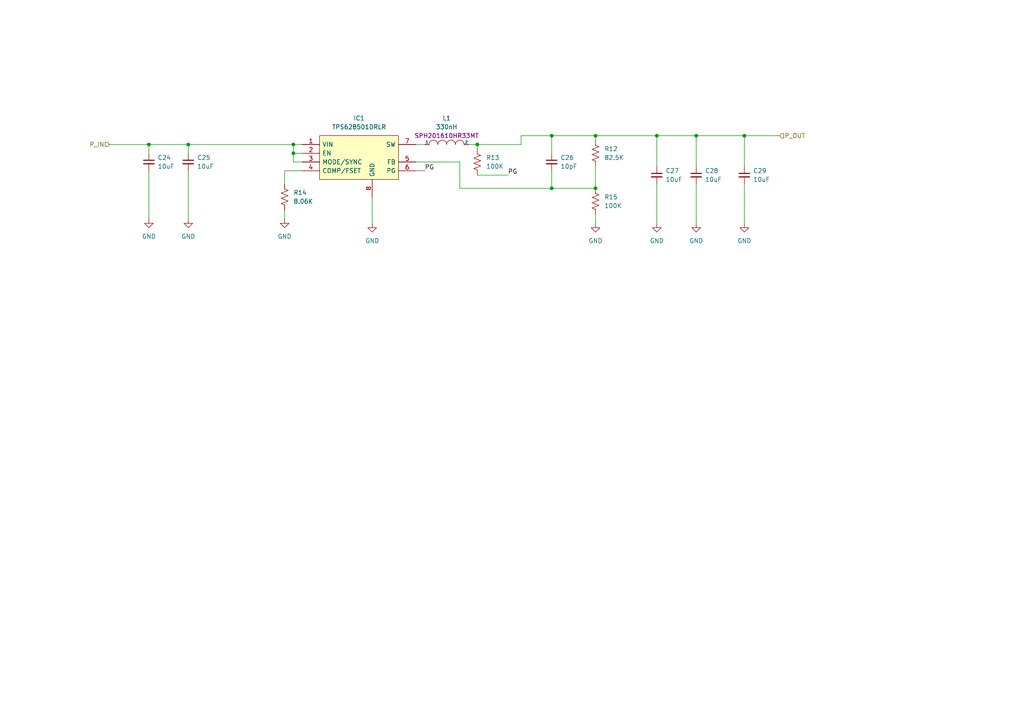
<source format=kicad_sch>
(kicad_sch (version 20211123) (generator eeschema)
  (paper "A4")
  (title_block (title "USB EXTENDER") (date "2022-04-17") (rev "1.0") (comment 2 "Reviewed by:") (comment 3 "Designed by: Robert M M") (comment 4 "USB EXTENDER"))
  (lib_symbols
    (symbol "Device:C_Small" (pin_numbers hide) (pin_names (offset 0.254) hide)
      (property "Reference" "C" (at 0.254 1.778 0))
      (property "Value" "C_Small" (at 0.254 -2.032 0))
      (symbol "C_Small_0_1"
        (polyline (pts (xy -1.524 -0.508) (xy 1.524 -0.508)) (stroke (width 0.3302)))
        (polyline (pts (xy -1.524 0.508) (xy 1.524 0.508)) (stroke (width 0.3048)))
      )
      (symbol "C_Small_1_1"
        (pin passive line (at 0 2.54 270) (length 2.032) (name "~") (number "1"))
        (pin passive line (at 0 -2.54 90) (length 2.032) (name "~") (number "2"))
      )
    )
    (symbol "Device:R_US" (pin_numbers hide) (pin_names (offset 0))
      (property "Reference" "R" (at 2.54 0 90))
      (property "Value" "R_US" (at -2.54 0 90))
      (symbol "R_US_0_1"
        (polyline (pts (xy 0 -2.286) (xy 0 -2.54)))
        (polyline (pts (xy 0 2.286) (xy 0 2.54)))
        (polyline (pts (xy 0 -0.762) (xy 1.016 -1.143) (xy 0 -1.524) (xy -1.016 -1.905) (xy 0 -2.286)))
        (polyline (pts (xy 0 0.762) (xy 1.016 0.381) (xy 0 0) (xy -1.016 -0.381) (xy 0 -0.762)))
        (polyline (pts (xy 0 2.286) (xy 1.016 1.905) (xy 0 1.524) (xy -1.016 1.143) (xy 0 0.762)))
      )
      (symbol "R_US_1_1"
        (pin passive line (at 0 3.81 270) (length 1.27) (name "~") (number "1"))
        (pin passive line (at 0 -3.81 90) (length 1.27) (name "~") (number "2"))
      )
    )
    (symbol "GCL_Integrated-Circuits:TPS628501DRLR" (pin_names (offset 0.762))
      (property "Reference" "IC" (at 29.21 7.62 0))
      (property "Value" "TPS628501DRLR" (at 29.21 5.08 0))
      (symbol "TPS628501DRLR_0_0"
        (pin passive line (at 0 0 0) (length 5.08) (name "VIN") (number "1"))
        (pin passive line (at 0 -2.54 0) (length 5.08) (name "EN") (number "2"))
        (pin passive line (at 0 -5.08 0) (length 5.08) (name "MODE/SYNC") (number "3"))
        (pin passive line (at 0 -7.62 0) (length 5.08) (name "COMP/FSET") (number "4"))
        (pin passive line (at 33.02 -5.08 180) (length 5.08) (name "FB") (number "5"))
        (pin passive line (at 33.02 -7.62 180) (length 5.08) (name "PG") (number "6"))
        (pin passive line (at 33.02 0 180) (length 5.08) (name "SW") (number "7"))
        (pin passive line (at 20.32 -15.24 90) (length 5.08) (name "GND") (number "8"))
      )
      (symbol "TPS628501DRLR_0_1"
        (polyline (pts (xy 5.08 2.54) (xy 27.94 2.54) (xy 27.94 -10.16) (xy 5.08 -10.16) (xy 5.08 2.54)) (stroke (width 0.1524)) (fill (type background)))
      )
    )
    (symbol "power:GND" (power) (pin_names (offset 0))
      (property "Value" "GND" (at 0 -3.81 0))
      (symbol "GND_0_1"
        (polyline (pts (xy 0 0) (xy 0 -1.27) (xy 1.27 -1.27) (xy 0 -2.54) (xy -1.27 -1.27) (xy 0 -1.27)))
      )
      (symbol "GND_1_1"
        (pin power_in line (at 0 0 270) (length 0) hide (name "GND") (number "1"))
      )
    )
    (symbol "pspice:INDUCTOR" (pin_numbers hide) (pin_names (offset 0))
      (property "Reference" "L" (at 0 2.54 0))
      (property "Value" "INDUCTOR" (at 0 -1.27 0))
      (symbol "INDUCTOR_0_1"
        (arc (start -2.54 0) (mid -3.81 1.27) (end -5.08 0))
        (arc (start 0 0) (mid -1.27 1.27) (end -2.54 0))
        (arc (start 2.54 0) (mid 1.27 1.27) (end 0 0))
        (arc (start 5.08 0) (mid 3.81 1.27) (end 2.54 0))
      )
      (symbol "INDUCTOR_1_1"
        (pin input line (at -6.35 0 0) (length 1.27) (name "1") (number "1"))
        (pin input line (at 6.35 0 180) (length 1.27) (name "2") (number "2"))
      )
    )
  )
  (junction (at 215.9 39.37))
  (junction (at 85.09 41.91))
  (junction (at 138.43 41.91))
  (junction (at 85.09 44.45))
  (junction (at 43.18 41.91))
  (junction (at 172.72 54.61))
  (junction (at 54.61 41.91))
  (junction (at 160.02 39.37))
  (junction (at 190.5 39.37))
  (junction (at 172.72 39.37))
  (junction (at 160.02 54.61))
  (junction (at 201.93 39.37))
  (wire (pts (xy 172.72 39.37) (xy 190.5 39.37)))
  (wire (pts (xy 43.18 41.91) (xy 54.61 41.91)))
  (wire (pts (xy 172.72 64.77) (xy 172.72 62.23)))
  (wire (pts (xy 147.32 50.8) (xy 138.43 50.8)))
  (wire (pts (xy 151.13 39.37) (xy 160.02 39.37)))
  (wire (pts (xy 87.63 44.45) (xy 85.09 44.45)))
  (wire (pts (xy 133.35 54.61) (xy 160.02 54.61)))
  (wire (pts (xy 54.61 49.53) (xy 54.61 63.5)))
  (wire (pts (xy 138.43 41.91) (xy 151.13 41.91)))
  (wire (pts (xy 190.5 53.34) (xy 190.5 64.77)))
  (wire (pts (xy 201.93 39.37) (xy 215.9 39.37)))
  (wire (pts (xy 43.18 41.91) (xy 43.18 44.45)))
  (wire (pts (xy 190.5 39.37) (xy 190.5 48.26)))
  (wire (pts (xy 120.65 41.91) (xy 123.19 41.91)))
  (wire (pts (xy 54.61 41.91) (xy 85.09 41.91)))
  (wire (pts (xy 82.55 49.53) (xy 87.63 49.53)))
  (wire (pts (xy 172.72 48.26) (xy 172.72 54.61)))
  (wire (pts (xy 82.55 63.5) (xy 82.55 60.96)))
  (wire (pts (xy 215.9 53.34) (xy 215.9 64.77)))
  (wire (pts (xy 160.02 49.53) (xy 160.02 54.61)))
  (wire (pts (xy 120.65 49.53) (xy 123.19 49.53)))
  (wire (pts (xy 201.93 53.34) (xy 201.93 64.77)))
  (wire (pts (xy 43.18 49.53) (xy 43.18 63.5)))
  (wire (pts (xy 138.43 43.18) (xy 138.43 41.91)))
  (wire (pts (xy 172.72 40.64) (xy 172.72 39.37)))
  (wire (pts (xy 151.13 41.91) (xy 151.13 39.37)))
  (wire (pts (xy 190.5 39.37) (xy 201.93 39.37)))
  (wire (pts (xy 135.89 41.91) (xy 138.43 41.91)))
  (wire (pts (xy 133.35 54.61) (xy 133.35 46.99)))
  (wire (pts (xy 87.63 46.99) (xy 85.09 46.99)))
  (wire (pts (xy 160.02 54.61) (xy 172.72 54.61)))
  (wire (pts (xy 82.55 53.34) (xy 82.55 49.53)))
  (wire (pts (xy 120.65 46.99) (xy 133.35 46.99)))
  (wire (pts (xy 201.93 39.37) (xy 201.93 48.26)))
  (wire (pts (xy 215.9 39.37) (xy 215.9 48.26)))
  (wire (pts (xy 54.61 41.91) (xy 54.61 44.45)))
  (wire (pts (xy 215.9 39.37) (xy 226.06 39.37)))
  (wire (pts (xy 31.75 41.91) (xy 43.18 41.91)))
  (wire (pts (xy 107.95 57.15) (xy 107.95 64.77)))
  (wire (pts (xy 85.09 44.45) (xy 85.09 41.91)))
  (wire (pts (xy 172.72 39.37) (xy 160.02 39.37)))
  (wire (pts (xy 160.02 39.37) (xy 160.02 44.45)))
  (wire (pts (xy 85.09 46.99) (xy 85.09 44.45)))
  (wire (pts (xy 85.09 41.91) (xy 87.63 41.91)))
  (label "PG" (at 123.19 49.53 0))
  (label "PG" (at 147.32 50.8 0))
  (hierarchical_label "P_OUT" (shape input) (at 226.06 39.37 0))
  (hierarchical_label "P_IN" (shape input) (at 31.75 41.91 180))
  (symbol (lib_id "GCL_Integrated-Circuits:TPS628501DRLR") (at 87.63 41.91 0) (unit 1)
    (property "Reference" "IC1" (at 104.14 34.29 0))
    (property "Value" "TPS628501DRLR" (at 104.14 36.83 0))
    (property "Footprint" "greencharge-footprints:SOTFL50P160X60-8N" (effects hide))
    (property "Datasheet" "https://www.ti.com/lit/gpn/tps628501" (effects hide))
    (property "Description" "Switching Voltage Regulators 2.7-V to 6-V, 1-A, adjustable-frequency, step-down converter in SOT583 package" (effects hide))
    (property "Height" "0.6" (effects hide))
    (property "Mouser Part Number" "595-TPS628501DRLR" (effects hide))
    (property "Mouser Price/Stock" "https://www.mouser.co.uk/ProductDetail/Texas-Instruments/TPS628501DRLR?qs=Wj%2FVkw3K%252BMChJ0cMQ%252BVCXg%3D%3D" (effects hide))
    (property "Manufacturer_Name" "Texas Instruments" (effects hide))
    (property "Manufacturer_Part_Number" "TPS628501DRLR" (effects hide))
  )
  (symbol (lib_id "Device:C_Small") (at 160.02 46.99 0) (unit 1)
    (property "Reference" "C26" (at 162.56 45.7262 0) (effects (justify left)))
    (property "Value" "10pF" (at 162.56 48.2662 0) (effects (justify left)))
    (property "Footprint" "Capacitor_SMD:C_0402_1005Metric" (effects hide))
  )
  (symbol (lib_id "power:GND") (at 190.5 64.77 0) (unit 1)
    (property "Reference" "#PWR045" (effects hide))
    (property "Value" "GND" (at 190.5 69.85 0))
  )
  (symbol (lib_id "Device:C_Small") (at 190.5 50.8 0) (unit 1)
    (property "Reference" "C27" (at 193.04 49.5362 0) (effects (justify left)))
    (property "Value" "10uF" (at 193.04 52.0762 0) (effects (justify left)))
    (property "Footprint" "Capacitor_SMD:C_0402_1005Metric" (effects hide))
  )
  (symbol (lib_id "Device:C_Small") (at 54.61 46.99 0) (unit 1)
    (property "Reference" "C25" (at 57.15 45.7262 0) (effects (justify left)))
    (property "Value" "10uF" (at 57.15 48.2662 0) (effects (justify left)))
    (property "Footprint" "Capacitor_SMD:C_0402_1005Metric" (effects hide))
  )
  (symbol (lib_id "Device:C_Small") (at 215.9 50.8 0) (unit 1)
    (property "Reference" "C29" (at 218.44 49.5362 0) (effects (justify left)))
    (property "Value" "10uF" (at 218.44 52.0762 0) (effects (justify left)))
    (property "Footprint" "Capacitor_SMD:C_0402_1005Metric" (effects hide))
  )
  (symbol (lib_id "power:GND") (at 54.61 63.5 0) (unit 1)
    (property "Reference" "#PWR041" (effects hide))
    (property "Value" "GND" (at 54.61 68.58 0))
  )
  (symbol (lib_id "pspice:INDUCTOR") (at 129.54 41.91 0) (unit 1)
    (property "Reference" "L1" (at 129.54 34.29 0))
    (property "Value" "330nH" (at 129.54 36.83 0))
    (property "Footprint" "greencharge-footprints:SPH201610HR33MT" (effects hide))
    (property "mpn" "SPH201610HR33MT" (at 129.54 39.37 0))
  )
  (symbol (lib_id "Device:R_US") (at 172.72 58.42 0) (unit 1)
    (property "Reference" "R15" (at 175.26 57.1499 0) (effects (justify left)))
    (property "Value" "100K" (at 175.26 59.6899 0) (effects (justify left)))
    (property "Footprint" "Resistor_SMD:R_0402_1005Metric" (effects hide))
  )
  (symbol (lib_id "power:GND") (at 172.72 64.77 0) (unit 1)
    (property "Reference" "#PWR044" (effects hide))
    (property "Value" "GND" (at 172.72 69.85 0))
  )
  (symbol (lib_id "Device:C_Small") (at 201.93 50.8 0) (unit 1)
    (property "Reference" "C28" (at 204.47 49.5362 0) (effects (justify left)))
    (property "Value" "10uF" (at 204.47 52.0762 0) (effects (justify left)))
    (property "Footprint" "Capacitor_SMD:C_0402_1005Metric" (effects hide))
  )
  (symbol (lib_id "power:GND") (at 43.18 63.5 0) (unit 1)
    (property "Reference" "#PWR040" (effects hide))
    (property "Value" "GND" (at 43.18 68.58 0))
  )
  (symbol (lib_id "power:GND") (at 201.93 64.77 0) (unit 1)
    (property "Reference" "#PWR046" (effects hide))
    (property "Value" "GND" (at 201.93 69.85 0))
  )
  (symbol (lib_id "Device:R_US") (at 82.55 57.15 0) (unit 1)
    (property "Reference" "R14" (at 85.09 55.8799 0) (effects (justify left)))
    (property "Value" "8.06K" (at 85.09 58.4199 0) (effects (justify left)))
    (property "Footprint" "Resistor_SMD:R_0402_1005Metric" (effects hide))
  )
  (symbol (lib_id "power:GND") (at 82.55 63.5 0) (unit 1)
    (property "Reference" "#PWR042" (effects hide))
    (property "Value" "GND" (at 82.55 68.58 0))
  )
  (symbol (lib_id "Device:C_Small") (at 43.18 46.99 0) (unit 1)
    (property "Reference" "C24" (at 45.72 45.7262 0) (effects (justify left)))
    (property "Value" "10uF" (at 45.72 48.2662 0) (effects (justify left)))
    (property "Footprint" "Capacitor_SMD:C_0402_1005Metric" (effects hide))
  )
  (symbol (lib_id "power:GND") (at 107.95 64.77 0) (unit 1)
    (property "Reference" "#PWR043" (effects hide))
    (property "Value" "GND" (at 107.95 69.85 0))
  )
  (symbol (lib_id "power:GND") (at 215.9 64.77 0) (unit 1)
    (property "Reference" "#PWR047" (effects hide))
    (property "Value" "GND" (at 215.9 69.85 0))
  )
  (symbol (lib_id "Device:R_US") (at 138.43 46.99 0) (unit 1)
    (property "Reference" "R13" (at 140.97 45.7199 0) (effects (justify left)))
    (property "Value" "100K" (at 140.97 48.2599 0) (effects (justify left)))
    (property "Footprint" "Resistor_SMD:R_0402_1005Metric" (effects hide))
  )
  (symbol (lib_id "Device:R_US") (at 172.72 44.45 0) (unit 1)
    (property "Reference" "R12" (at 175.26 43.1799 0) (effects (justify left)))
    (property "Value" "82.5K" (at 175.26 45.7199 0) (effects (justify left)))
    (property "Footprint" "Resistor_SMD:R_0402_1005Metric" (effects hide))
  )
)
</source>
